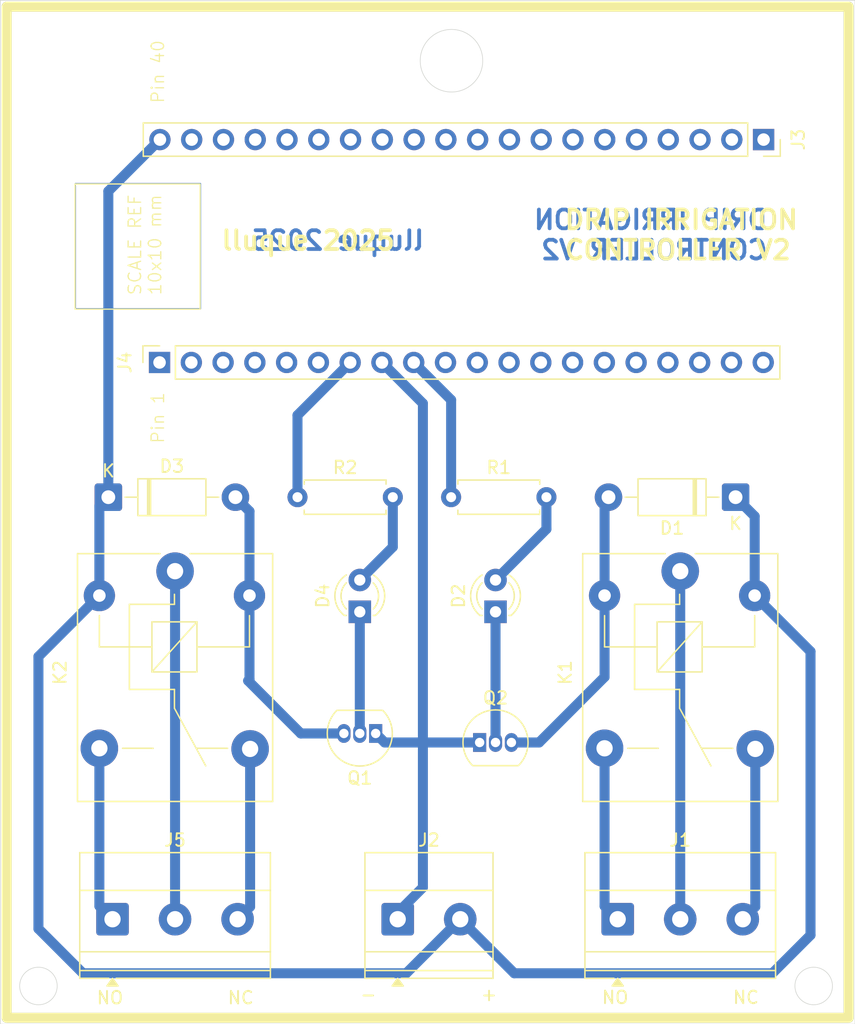
<source format=kicad_pcb>
(kicad_pcb (version 20241229) (generator "pcbnew") (generator_version "9.0")
  (layers (0 "F.Cu" signal) (2 "B.Cu" signal) (13 "F.Paste" user) (15 "B.Paste" user) (5 "F.SilkS" user "F.Silkscreen") (7 "B.SilkS" user "B.Silkscreen") (1 "F.Mask" user) (3 "B.Mask" user) (25 "Edge.Cuts" user))
  (net 0 "")
  (net 32 "VCC")
  (net 33 "Net-(D1-A)")
  (net 34 "Net-(D2-A)")
  (net 35 "Net-(D2-K)")
  (net 36 "Net-(D3-A)")
  (net 37 "Net-(D4-K)")
  (net 38 "Net-(D4-A)")
  (net 39 "Net-(J1-Pin_2)")
  (net 40 "Net-(J1-Pin_1)")
  (net 41 "Net-(J1-Pin_3)")
  (net 42 "GND")
  (net 43 "Net-(J5-Pin_1)")
  (net 44 "Net-(J5-Pin_2)")
  (net 45 "Net-(J5-Pin_3)")
  (net 51 "/GPIO_5_LIGHTS_P7")
  (net 52 "/GPIO_6_WATER_P9")
  (footprint "TerminalBlock_Phoenix:TerminalBlock_Phoenix_MKDS-1,5-3_1x03_P5.00mm_Horizontal" (layer "F.Cu") (at 167.466 106.934)
    (property "Reference" "J5" (at 5 -6.32 0) (layer "F.SilkS"))
    (property "Value" "LIGHTS")
    (fp_line (start -2.62 -5.32) (end 12.62 -5.32) (stroke (width 0.12)) (layer "F.SilkS"))
    (fp_line (start -2.62 -2.3) (end 12.62 -2.3) (stroke (width 0.12)) (layer "F.SilkS"))
    (fp_line (start -2.62 2.6) (end 12.62 2.6) (stroke (width 0.12)) (layer "F.SilkS"))
    (fp_line (start -2.62 4.1) (end 12.62 4.1) (stroke (width 0.12)) (layer "F.SilkS"))
    (fp_line (start -2.62 4.72) (end -2.62 -5.32) (stroke (width 0.12)) (layer "F.SilkS"))
    (fp_line (start -0.3 4.72) (end -2.62 4.72) (stroke (width 0.12)) (layer "F.SilkS"))
    (fp_line (start 12.62 -5.32) (end 12.62 4.72) (stroke (width 0.12)) (layer "F.SilkS"))
    (fp_line (start 12.62 4.72) (end 0.3 4.72) (stroke (width 0.12)) (layer "F.SilkS"))
    (fp_poly (pts (xy 0 4.72) (xy 0.44 5.33) (xy -0.44 5.33)) (stroke (width 0.12)) (fill yes) (layer "F.SilkS"))
    (pad "1" thru_hole roundrect (at 0 0) (size 2.6 2.6) (drill 1.3) (layers "*.Cu" "*.Mask") (roundrect_rratio 0.096154) (net 43 "Net-(J5-Pin_1)"))
    (pad "2" thru_hole circle (at 5 0) (size 2.6 2.6) (drill 1.3) (layers "*.Cu" "*.Mask") (net 44 "Net-(J5-Pin_2)"))
    (pad "3" thru_hole circle (at 10 0) (size 2.6 2.6) (drill 1.3) (layers "*.Cu" "*.Mask") (net 45 "Net-(J5-Pin_3)"))
  )
  (footprint "Resistor_THT:R_Axial_DIN0207_L6.3mm_D2.5mm_P7.62mm_Horizontal" (layer "F.Cu") (at 182.253333 73.22)
    (property "Reference" "R2" (at 3.81 -2.37 0) (layer "F.SilkS"))
    (property "Value" "1K")
    (fp_line (start 0.54 -1.37) (end 7.08 -1.37) (stroke (width 0.12)) (layer "F.SilkS"))
    (fp_line (start 0.54 -1.04) (end 0.54 -1.37) (stroke (width 0.12)) (layer "F.SilkS"))
    (fp_line (start 0.54 1.04) (end 0.54 1.37) (stroke (width 0.12)) (layer "F.SilkS"))
    (fp_line (start 0.54 1.37) (end 7.08 1.37) (stroke (width 0.12)) (layer "F.SilkS"))
    (fp_line (start 7.08 -1.37) (end 7.08 -1.04) (stroke (width 0.12)) (layer "F.SilkS"))
    (fp_line (start 7.08 1.37) (end 7.08 1.04) (stroke (width 0.12)) (layer "F.SilkS"))
    (pad "1" thru_hole circle (at 0 0) (size 1.6 1.6) (drill 0.8) (layers "*.Cu" "*.Mask") (net 51 "/GPIO_5_LIGHTS_P7"))
    (pad "2" thru_hole circle (at 7.62 0) (size 1.6 1.6) (drill 0.8) (layers "*.Cu" "*.Mask") (net 38 "Net-(D4-A)"))
  )
  (footprint "TerminalBlock_Phoenix:TerminalBlock_Phoenix_MKDS-1,5-3_1x03_P5.00mm_Horizontal" (layer "F.Cu") (at 207.852 106.934)
    (property "Reference" "J1" (at 5 -6.32 0) (layer "F.SilkS"))
    (property "Value" "WATER")
    (fp_line (start -2.62 -5.32) (end 12.62 -5.32) (stroke (width 0.12)) (layer "F.SilkS"))
    (fp_line (start -2.62 -2.3) (end 12.62 -2.3) (stroke (width 0.12)) (layer "F.SilkS"))
    (fp_line (start -2.62 2.6) (end 12.62 2.6) (stroke (width 0.12)) (layer "F.SilkS"))
    (fp_line (start -2.62 4.1) (end 12.62 4.1) (stroke (width 0.12)) (layer "F.SilkS"))
    (fp_line (start -2.62 4.72) (end -2.62 -5.32) (stroke (width 0.12)) (layer "F.SilkS"))
    (fp_line (start -0.3 4.72) (end -2.62 4.72) (stroke (width 0.12)) (layer "F.SilkS"))
    (fp_line (start 12.62 -5.32) (end 12.62 4.72) (stroke (width 0.12)) (layer "F.SilkS"))
    (fp_line (start 12.62 4.72) (end 0.3 4.72) (stroke (width 0.12)) (layer "F.SilkS"))
    (fp_poly (pts (xy 0 4.72) (xy 0.44 5.33) (xy -0.44 5.33)) (stroke (width 0.12)) (fill yes) (layer "F.SilkS"))
    (pad "1" thru_hole roundrect (at 0 0) (size 2.6 2.6) (drill 1.3) (layers "*.Cu" "*.Mask") (roundrect_rratio 0.096154) (net 40 "Net-(J1-Pin_1)"))
    (pad "2" thru_hole circle (at 5 0) (size 2.6 2.6) (drill 1.3) (layers "*.Cu" "*.Mask") (net 39 "Net-(J1-Pin_2)"))
    (pad "3" thru_hole circle (at 10 0) (size 2.6 2.6) (drill 1.3) (layers "*.Cu" "*.Mask") (net 41 "Net-(J1-Pin_3)"))
  )
  (footprint "Resistor_THT:R_Axial_DIN0207_L6.3mm_D2.5mm_P7.62mm_Horizontal" (layer "F.Cu") (at 194.534667 73.22)
    (property "Reference" "R1" (at 3.81 -2.37 0) (layer "F.SilkS"))
    (property "Value" "1K")
    (fp_line (start 0.54 -1.37) (end 7.08 -1.37) (stroke (width 0.12)) (layer "F.SilkS"))
    (fp_line (start 0.54 -1.04) (end 0.54 -1.37) (stroke (width 0.12)) (layer "F.SilkS"))
    (fp_line (start 0.54 1.04) (end 0.54 1.37) (stroke (width 0.12)) (layer "F.SilkS"))
    (fp_line (start 0.54 1.37) (end 7.08 1.37) (stroke (width 0.12)) (layer "F.SilkS"))
    (fp_line (start 7.08 -1.37) (end 7.08 -1.04) (stroke (width 0.12)) (layer "F.SilkS"))
    (fp_line (start 7.08 1.37) (end 7.08 1.04) (stroke (width 0.12)) (layer "F.SilkS"))
    (pad "1" thru_hole circle (at 0 0) (size 1.6 1.6) (drill 0.8) (layers "*.Cu" "*.Mask") (net 52 "/GPIO_6_WATER_P9"))
    (pad "2" thru_hole circle (at 7.62 0) (size 1.6 1.6) (drill 0.8) (layers "*.Cu" "*.Mask") (net 34 "Net-(D2-A)"))
  )
  (footprint "Package_TO_SOT_THT:TO-92_Inline" (layer "F.Cu") (at 188.503583 92.096 180)
    (property "Reference" "Q1" (at 1.27 -3.56 0) (layer "F.SilkS"))
    (property "Value" "2N3904")
    (fp_line (start -0.53 1.85) (end 3.07 1.85) (stroke (width 0.12)) (layer "F.SilkS"))
    (fp_arc (start 1.27 -2.6) (mid 3.672087 -0.994977) (end 3.108478 1.838478) (stroke (width 0.12)) (layer "F.SilkS"))
    (fp_arc (start -0.568478 1.838478) (mid -1.132087 -0.994977) (end 1.27 -2.6) (stroke (width 0.12)) (layer "F.SilkS"))
    (pad "1" thru_hole rect (at 0 0 180) (size 1.05 1.5) (drill 0.75) (layers "*.Cu" "*.Mask") (net 42 "GND"))
    (pad "2" thru_hole oval (at 1.27 0 180) (size 1.05 1.5) (drill 0.75) (layers "*.Cu" "*.Mask") (net 37 "Net-(D4-K)"))
    (pad "3" thru_hole oval (at 2.54 0 180) (size 1.05 1.5) (drill 0.75) (layers "*.Cu" "*.Mask") (net 36 "Net-(D3-A)"))
  )
  (footprint "Relay_THT:Relay_SPDT_SANYOU_SRD_Series_Form_C" (layer "F.Cu") (at 172.466 79.13 -90)
    (property "Reference" "K2" (at 8.1 9.2 90) (layer "F.SilkS"))
    (property "Value" "LIGHTS")
    (fp_line (start 18.4 7.8) (end -1.4 7.8) (stroke (width 0.12)) (layer "F.SilkS"))
    (fp_line (start 3.55 6.05) (end 6.05 6.05) (stroke (width 0.12)) (layer "F.SilkS"))
    (fp_line (start 14.15 4.2) (end 14.15 1.75) (stroke (width 0.12)) (layer "F.SilkS"))
    (fp_line (start 9.45 3.65) (end 2.65 3.65) (stroke (width 0.12)) (layer "F.SilkS"))
    (fp_line (start 4.05 1.85) (end 4.05 -1.75) (stroke (width 0.12)) (layer "F.SilkS"))
    (fp_line (start 6.05 1.85) (end 6.05 6.05) (stroke (width 0.12)) (layer "F.SilkS"))
    (fp_line (start 8.05 1.85) (end 4.05 1.85) (stroke (width 0.12)) (layer "F.SilkS"))
    (fp_line (start 8.05 1.85) (end 4.05 -1.75) (stroke (width 0.12)) (layer "F.SilkS"))
    (fp_line (start -1.4 1.2) (end -1.4 7.8) (stroke (width 0.12)) (layer "F.SilkS"))
    (fp_line (start 2.65 0.05) (end 2.65 3.65) (stroke (width 0.12)) (layer "F.SilkS"))
    (fp_line (start 2.65 0.05) (end 1.85 0.05) (stroke (width 0.12)) (layer "F.SilkS"))
    (fp_line (start 9.45 0.05) (end 9.45 3.65) (stroke (width 0.12)) (layer "F.SilkS"))
    (fp_line (start 9.45 0.05) (end 10.95 0.05) (stroke (width 0.12)) (layer "F.SilkS"))
    (fp_line (start 10.95 0.05) (end 15.55 -2.45) (stroke (width 0.12)) (layer "F.SilkS"))
    (fp_line (start 4.05 -1.75) (end 8.05 -1.75) (stroke (width 0.12)) (layer "F.SilkS"))
    (fp_line (start 8.05 -1.75) (end 8.05 1.85) (stroke (width 0.12)) (layer "F.SilkS"))
    (fp_line (start 14.15 -4.2) (end 14.15 -1.7) (stroke (width 0.12)) (layer "F.SilkS"))
    (fp_line (start 6.05 -5.95) (end 6.05 -1.75) (stroke (width 0.12)) (layer "F.SilkS"))
    (fp_line (start 6.05 -5.95) (end 3.55 -5.95) (stroke (width 0.12)) (layer "F.SilkS"))
    (fp_line (start -1.4 -7.8) (end -1.4 -1.2) (stroke (width 0.12)) (layer "F.SilkS"))
    (fp_line (start -1.4 -7.8) (end 18.4 -7.8) (stroke (width 0.12)) (layer "F.SilkS"))
    (fp_line (start 18.4 -7.8) (end 18.4 7.8) (stroke (width 0.12)) (layer "F.SilkS"))
    (pad "1" thru_hole circle (at 0 0) (size 3 3) (drill 1.3) (layers "*.Cu" "*.Mask") (net 44 "Net-(J5-Pin_2)"))
    (pad "2" thru_hole circle (at 1.95 6.05) (size 2.5 2.5) (drill 1) (layers "*.Cu" "*.Mask") (net 32 "VCC"))
    (pad "3" thru_hole circle (at 14.15 6.05) (size 3 3) (drill 1.3) (layers "*.Cu" "*.Mask") (net 43 "Net-(J5-Pin_1)"))
    (pad "4" thru_hole circle (at 14.2 -6) (size 3 3) (drill 1.3) (layers "*.Cu" "*.Mask") (net 45 "Net-(J5-Pin_3)"))
    (pad "5" thru_hole circle (at 1.95 -5.95) (size 2.5 2.5) (drill 1) (layers "*.Cu" "*.Mask") (net 36 "Net-(D3-A)"))
  )
  (footprint "LED_THT:LED_D3.0mm" (layer "F.Cu") (at 198.084417 82.3775 90)
    (property "Reference" "D2" (at 1.27 -2.96 90) (layer "F.SilkS"))
    (property "Value" "WATER")
    (fp_line (start -0.29 -1.236) (end -0.29 -1.08) (stroke (width 0.12)) (layer "F.SilkS"))
    (fp_line (start -0.29 1.08) (end -0.29 1.236) (stroke (width 0.12)) (layer "F.SilkS"))
    (fp_arc (start -0.29 -1.235516) (mid 1.36566 -1.987699) (end 2.941437 -1.08) (stroke (width 0.12)) (layer "F.SilkS"))
    (fp_arc (start 0.229039 -1.08) (mid 1.27 -1.5) (end 2.310961 -1.08) (stroke (width 0.12)) (layer "F.SilkS"))
    (fp_arc (start 2.941437 1.08) (mid 1.36566 1.987699) (end -0.29 1.235516) (stroke (width 0.12)) (layer "F.SilkS"))
    (fp_arc (start 2.310961 1.08) (mid 1.27 1.5) (end 0.229039 1.08) (stroke (width 0.12)) (layer "F.SilkS"))
    (pad "1" thru_hole rect (at 0 0 90) (size 1.8 1.8) (drill 0.9) (layers "*.Cu" "*.Mask") (net 35 "Net-(D2-K)"))
    (pad "2" thru_hole circle (at 2.54 0 90) (size 1.8 1.8) (drill 0.9) (layers "*.Cu" "*.Mask") (net 34 "Net-(D2-A)"))
  )
  (footprint "Package_TO_SOT_THT:TO-92_Inline" (layer "F.Cu") (at 196.814417 92.816)
    (property "Reference" "Q2" (at 1.27 -3.56 0) (layer "F.SilkS"))
    (property "Value" "2N3904")
    (fp_line (start -0.53 1.85) (end 3.07 1.85) (stroke (width 0.12)) (layer "F.SilkS"))
    (fp_arc (start -0.568478 1.838478) (mid -1.132087 -0.994977) (end 1.27 -2.6) (stroke (width 0.12)) (layer "F.SilkS"))
    (fp_arc (start 1.27 -2.6) (mid 3.672087 -0.994977) (end 3.108478 1.838478) (stroke (width 0.12)) (layer "F.SilkS"))
    (pad "1" thru_hole rect (at 0 0) (size 1.05 1.5) (drill 0.75) (layers "*.Cu" "*.Mask") (net 42 "GND"))
    (pad "2" thru_hole oval (at 1.27 0) (size 1.05 1.5) (drill 0.75) (layers "*.Cu" "*.Mask") (net 35 "Net-(D2-K)"))
    (pad "3" thru_hole oval (at 2.54 0) (size 1.05 1.5) (drill 0.75) (layers "*.Cu" "*.Mask") (net 33 "Net-(D1-A)"))
  )
  (footprint "TerminalBlock_Phoenix:TerminalBlock_Phoenix_MKDS-1,5-2_1x02_P5.00mm_Horizontal" (layer "F.Cu") (at 190.265 106.934)
    (property "Reference" "J2" (at 2.5 -6.32 0) (layer "F.SilkS"))
    (property "Value" "5VDC OUT")
    (fp_line (start -2.62 -5.32) (end 7.62 -5.32) (stroke (width 0.12)) (layer "F.SilkS"))
    (fp_line (start -2.62 -2.3) (end 7.62 -2.3) (stroke (width 0.12)) (layer "F.SilkS"))
    (fp_line (start -2.62 2.6) (end 7.62 2.6) (stroke (width 0.12)) (layer "F.SilkS"))
    (fp_line (start -2.62 4.1) (end 7.62 4.1) (stroke (width 0.12)) (layer "F.SilkS"))
    (fp_line (start -2.62 4.72) (end -2.62 -5.32) (stroke (width 0.12)) (layer "F.SilkS"))
    (fp_line (start -0.3 4.72) (end -2.62 4.72) (stroke (width 0.12)) (layer "F.SilkS"))
    (fp_line (start 7.62 -5.32) (end 7.62 4.72) (stroke (width 0.12)) (layer "F.SilkS"))
    (fp_line (start 7.62 4.72) (end 0.3 4.72) (stroke (width 0.12)) (layer "F.SilkS"))
    (fp_poly (pts (xy 0 4.72) (xy 0.44 5.33) (xy -0.44 5.33)) (stroke (width 0.12)) (fill yes) (layer "F.SilkS"))
    (pad "1" thru_hole roundrect (at 0 0) (size 2.6 2.6) (drill 1.3) (layers "*.Cu" "*.Mask") (roundrect_rratio 0.096154) (net 42 "GND"))
    (pad "2" thru_hole circle (at 5 0) (size 2.6 2.6) (drill 1.3) (layers "*.Cu" "*.Mask") (net 32 "VCC"))
  )
  (footprint "Relay_THT:Relay_SPDT_SANYOU_SRD_Series_Form_C" (layer "F.Cu") (at 212.852 79.13 -90)
    (property "Reference" "K1" (at 8.1 9.2 90) (layer "F.SilkS"))
    (property "Value" "WATER")
    (fp_line (start 18.4 7.8) (end -1.4 7.8) (stroke (width 0.12)) (layer "F.SilkS"))
    (fp_line (start 3.55 6.05) (end 6.05 6.05) (stroke (width 0.12)) (layer "F.SilkS"))
    (fp_line (start 14.15 4.2) (end 14.15 1.75) (stroke (width 0.12)) (layer "F.SilkS"))
    (fp_line (start 9.45 3.65) (end 2.65 3.65) (stroke (width 0.12)) (layer "F.SilkS"))
    (fp_line (start 4.05 1.85) (end 4.05 -1.75) (stroke (width 0.12)) (layer "F.SilkS"))
    (fp_line (start 6.05 1.85) (end 6.05 6.05) (stroke (width 0.12)) (layer "F.SilkS"))
    (fp_line (start 8.05 1.85) (end 4.05 1.85) (stroke (width 0.12)) (layer "F.SilkS"))
    (fp_line (start 8.05 1.85) (end 4.05 -1.75) (stroke (width 0.12)) (layer "F.SilkS"))
    (fp_line (start -1.4 1.2) (end -1.4 7.8) (stroke (width 0.12)) (layer "F.SilkS"))
    (fp_line (start 2.65 0.05) (end 2.65 3.65) (stroke (width 0.12)) (layer "F.SilkS"))
    (fp_line (start 2.65 0.05) (end 1.85 0.05) (stroke (width 0.12)) (layer "F.SilkS"))
    (fp_line (start 9.45 0.05) (end 9.45 3.65) (stroke (width 0.12)) (layer "F.SilkS"))
    (fp_line (start 9.45 0.05) (end 10.95 0.05) (stroke (width 0.12)) (layer "F.SilkS"))
    (fp_line (start 10.95 0.05) (end 15.55 -2.45) (stroke (width 0.12)) (layer "F.SilkS"))
    (fp_line (start 4.05 -1.75) (end 8.05 -1.75) (stroke (width 0.12)) (layer "F.SilkS"))
    (fp_line (start 8.05 -1.75) (end 8.05 1.85) (stroke (width 0.12)) (layer "F.SilkS"))
    (fp_line (start 14.15 -4.2) (end 14.15 -1.7) (stroke (width 0.12)) (layer "F.SilkS"))
    (fp_line (start 6.05 -5.95) (end 6.05 -1.75) (stroke (width 0.12)) (layer "F.SilkS"))
    (fp_line (start 6.05 -5.95) (end 3.55 -5.95) (stroke (width 0.12)) (layer "F.SilkS"))
    (fp_line (start -1.4 -7.8) (end -1.4 -1.2) (stroke (width 0.12)) (layer "F.SilkS"))
    (fp_line (start -1.4 -7.8) (end 18.4 -7.8) (stroke (width 0.12)) (layer "F.SilkS"))
    (fp_line (start 18.4 -7.8) (end 18.4 7.8) (stroke (width 0.12)) (layer "F.SilkS"))
    (pad "1" thru_hole circle (at 0 0) (size 3 3) (drill 1.3) (layers "*.Cu" "*.Mask") (net 39 "Net-(J1-Pin_2)"))
    (pad "2" thru_hole circle (at 1.95 6.05) (size 2.5 2.5) (drill 1) (layers "*.Cu" "*.Mask") (net 33 "Net-(D1-A)"))
    (pad "3" thru_hole circle (at 14.15 6.05) (size 3 3) (drill 1.3) (layers "*.Cu" "*.Mask") (net 40 "Net-(J1-Pin_1)"))
    (pad "4" thru_hole circle (at 14.2 -6) (size 3 3) (drill 1.3) (layers "*.Cu" "*.Mask") (net 41 "Net-(J1-Pin_3)"))
    (pad "5" thru_hole circle (at 1.95 -5.95) (size 2.5 2.5) (drill 1) (layers "*.Cu" "*.Mask") (net 32 "VCC"))
  )
  (footprint "Connector_PinSocket_2.54mm:PinSocket_1x20_P2.54mm_Vertical" (layer "F.Cu") (at 171.226 62.459 90)
    (property "Reference" "J4" (at 0 -2.77 90) (layer "F.SilkS"))
    (property "Value" "Pins_1_to_20")
    (fp_line (start 1.33 -1.33) (end 1.33 0) (stroke (width 0.12)) (layer "F.SilkS"))
    (fp_line (start 0 -1.33) (end 1.33 -1.33) (stroke (width 0.12)) (layer "F.SilkS"))
    (fp_line (start 1.33 1.27) (end 1.33 49.59) (stroke (width 0.12)) (layer "F.SilkS"))
    (fp_line (start -1.33 1.27) (end 1.33 1.27) (stroke (width 0.12)) (layer "F.SilkS"))
    (fp_line (start -1.33 1.27) (end -1.33 49.59) (stroke (width 0.12)) (layer "F.SilkS"))
    (fp_line (start -1.33 49.59) (end 1.33 49.59) (stroke (width 0.12)) (layer "F.SilkS"))
    (pad "1" thru_hole rect (at 0 0 90) (size 1.7 1.7) (drill 1) (layers "*.Cu" "*.Mask"))
    (pad "2" thru_hole circle (at 0 2.54 90) (size 1.7 1.7) (drill 1) (layers "*.Cu" "*.Mask"))
    (pad "3" thru_hole circle (at 0 5.08 90) (size 1.7 1.7) (drill 1) (layers "*.Cu" "*.Mask"))
    (pad "4" thru_hole circle (at 0 7.62 90) (size 1.7 1.7) (drill 1) (layers "*.Cu" "*.Mask"))
    (pad "5" thru_hole circle (at 0 10.16 90) (size 1.7 1.7) (drill 1) (layers "*.Cu" "*.Mask"))
    (pad "6" thru_hole circle (at 0 12.7 90) (size 1.7 1.7) (drill 1) (layers "*.Cu" "*.Mask"))
    (pad "7" thru_hole circle (at 0 15.24 90) (size 1.7 1.7) (drill 1) (layers "*.Cu" "*.Mask") (net 51 "/GPIO_5_LIGHTS_P7"))
    (pad "8" thru_hole circle (at 0 17.78 90) (size 1.7 1.7) (drill 1) (layers "*.Cu" "*.Mask") (net 42 "GND"))
    (pad "9" thru_hole circle (at 0 20.32 90) (size 1.7 1.7) (drill 1) (layers "*.Cu" "*.Mask") (net 52 "/GPIO_6_WATER_P9"))
    (pad "10" thru_hole circle (at 0 22.86 90) (size 1.7 1.7) (drill 1) (layers "*.Cu" "*.Mask"))
    (pad "11" thru_hole circle (at 0 25.4 90) (size 1.7 1.7) (drill 1) (layers "*.Cu" "*.Mask"))
    (pad "12" thru_hole circle (at 0 27.94 90) (size 1.7 1.7) (drill 1) (layers "*.Cu" "*.Mask"))
    (pad "13" thru_hole circle (at 0 30.48 90) (size 1.7 1.7) (drill 1) (layers "*.Cu" "*.Mask"))
    (pad "14" thru_hole circle (at 0 33.02 90) (size 1.7 1.7) (drill 1) (layers "*.Cu" "*.Mask"))
    (pad "15" thru_hole circle (at 0 35.56 90) (size 1.7 1.7) (drill 1) (layers "*.Cu" "*.Mask"))
    (pad "16" thru_hole circle (at 0 38.1 90) (size 1.7 1.7) (drill 1) (layers "*.Cu" "*.Mask"))
    (pad "17" thru_hole circle (at 0 40.64 90) (size 1.7 1.7) (drill 1) (layers "*.Cu" "*.Mask"))
    (pad "18" thru_hole circle (at 0 43.18 90) (size 1.7 1.7) (drill 1) (layers "*.Cu" "*.Mask"))
    (pad "19" thru_hole circle (at 0 45.72 90) (size 1.7 1.7) (drill 1) (layers "*.Cu" "*.Mask"))
    (pad "20" thru_hole circle (at 0 48.26 90) (size 1.7 1.7) (drill 1) (layers "*.Cu" "*.Mask"))
  )
  (footprint "Connector_PinSocket_2.54mm:PinSocket_1x20_P2.54mm_Vertical" (layer "F.Cu") (at 219.516 44.654 -90)
    (property "Reference" "J3" (at 0 -2.77 90) (layer "F.SilkS"))
    (property "Value" "Pins_21_to_40")
    (fp_line (start -1.33 49.59) (end 1.33 49.59) (stroke (width 0.12)) (layer "F.SilkS"))
    (fp_line (start -1.33 1.27) (end -1.33 49.59) (stroke (width 0.12)) (layer "F.SilkS"))
    (fp_line (start -1.33 1.27) (end 1.33 1.27) (stroke (width 0.12)) (layer "F.SilkS"))
    (fp_line (start 1.33 1.27) (end 1.33 49.59) (stroke (width 0.12)) (layer "F.SilkS"))
    (fp_line (start 0 -1.33) (end 1.33 -1.33) (stroke (width 0.12)) (layer "F.SilkS"))
    (fp_line (start 1.33 -1.33) (end 1.33 0) (stroke (width 0.12)) (layer "F.SilkS"))
    (pad "1" thru_hole rect (at 0 0 270) (size 1.7 1.7) (drill 1) (layers "*.Cu" "*.Mask"))
    (pad "2" thru_hole circle (at 0 2.54 270) (size 1.7 1.7) (drill 1) (layers "*.Cu" "*.Mask"))
    (pad "3" thru_hole circle (at 0 5.08 270) (size 1.7 1.7) (drill 1) (layers "*.Cu" "*.Mask"))
    (pad "4" thru_hole circle (at 0 7.62 270) (size 1.7 1.7) (drill 1) (layers "*.Cu" "*.Mask"))
    (pad "5" thru_hole circle (at 0 10.16 270) (size 1.7 1.7) (drill 1) (layers "*.Cu" "*.Mask"))
    (pad "6" thru_hole circle (at 0 12.7 270) (size 1.7 1.7) (drill 1) (layers "*.Cu" "*.Mask"))
    (pad "7" thru_hole circle (at 0 15.24 270) (size 1.7 1.7) (drill 1) (layers "*.Cu" "*.Mask"))
    (pad "8" thru_hole circle (at 0 17.78 270) (size 1.7 1.7) (drill 1) (layers "*.Cu" "*.Mask"))
    (pad "9" thru_hole circle (at 0 20.32 270) (size 1.7 1.7) (drill 1) (layers "*.Cu" "*.Mask"))
    (pad "10" thru_hole circle (at 0 22.86 270) (size 1.7 1.7) (drill 1) (layers "*.Cu" "*.Mask"))
    (pad "11" thru_hole circle (at 0 25.4 270) (size 1.7 1.7) (drill 1) (layers "*.Cu" "*.Mask"))
    (pad "12" thru_hole circle (at 0 27.94 270) (size 1.7 1.7) (drill 1) (layers "*.Cu" "*.Mask"))
    (pad "13" thru_hole circle (at 0 30.48 270) (size 1.7 1.7) (drill 1) (layers "*.Cu" "*.Mask"))
    (pad "14" thru_hole circle (at 0 33.02 270) (size 1.7 1.7) (drill 1) (layers "*.Cu" "*.Mask"))
    (pad "15" thru_hole circle (at 0 35.56 270) (size 1.7 1.7) (drill 1) (layers "*.Cu" "*.Mask"))
    (pad "16" thru_hole circle (at 0 38.1 270) (size 1.7 1.7) (drill 1) (layers "*.Cu" "*.Mask"))
    (pad "17" thru_hole circle (at 0 40.64 270) (size 1.7 1.7) (drill 1) (layers "*.Cu" "*.Mask"))
    (pad "18" thru_hole circle (at 0 43.18 270) (size 1.7 1.7) (drill 1) (layers "*.Cu" "*.Mask"))
    (pad "19" thru_hole circle (at 0 45.72 270) (size 1.7 1.7) (drill 1) (layers "*.Cu" "*.Mask"))
    (pad "20" thru_hole circle (at 0 48.26 270) (size 1.7 1.7) (drill 1) (layers "*.Cu" "*.Mask") (net 32 "VCC"))
  )
  (footprint "Diode_THT:D_DO-41_SOD81_P10.16mm_Horizontal" (layer "F.Cu") (at 167.132 73.22)
    (property "Reference" "D3" (at 5.08 -2.47 0) (layer "F.SilkS"))
    (property "Value" "1N4007")
    (fp_line (start 1.34 0) (end 2.36 0) (stroke (width 0.12)) (layer "F.SilkS"))
    (fp_line (start 3.14 -1.47) (end 3.14 1.47) (stroke (width 0.12)) (layer "F.SilkS"))
    (fp_line (start 3.26 -1.47) (end 3.26 1.47) (stroke (width 0.12)) (layer "F.SilkS"))
    (fp_line (start 3.38 -1.47) (end 3.38 1.47) (stroke (width 0.12)) (layer "F.SilkS"))
    (fp_line (start 8.82 0) (end 7.8 0) (stroke (width 0.12)) (layer "F.SilkS"))
    (fp_rect (start 2.36 -1.47) (end 7.8 1.47) (stroke (width 0.12)) (fill no) (layer "F.SilkS"))
    (fp_text user "K" (at 0 -2.1 0) (layer "F.SilkS"))
    (pad "1" thru_hole roundrect (at 0 0) (size 2.2 2.2) (drill 1.1) (layers "*.Cu" "*.Mask") (roundrect_rratio 0.113636) (net 32 "VCC"))
    (pad "2" thru_hole circle (at 10.16 0) (size 2.2 2.2) (drill 1.1) (layers "*.Cu" "*.Mask") (net 36 "Net-(D3-A)"))
  )
  (footprint "Diode_THT:D_DO-41_SOD81_P10.16mm_Horizontal" (layer "F.Cu") (at 217.276 73.22 180)
    (property "Reference" "D1" (at 5.08 -2.47 0) (layer "F.SilkS"))
    (property "Value" "1N4007")
    (fp_line (start 8.82 0) (end 7.8 0) (stroke (width 0.12)) (layer "F.SilkS"))
    (fp_line (start 3.38 -1.47) (end 3.38 1.47) (stroke (width 0.12)) (layer "F.SilkS"))
    (fp_line (start 3.26 -1.47) (end 3.26 1.47) (stroke (width 0.12)) (layer "F.SilkS"))
    (fp_line (start 3.14 -1.47) (end 3.14 1.47) (stroke (width 0.12)) (layer "F.SilkS"))
    (fp_line (start 1.34 0) (end 2.36 0) (stroke (width 0.12)) (layer "F.SilkS"))
    (fp_rect (start 2.36 -1.47) (end 7.8 1.47) (stroke (width 0.12)) (fill no) (layer "F.SilkS"))
    (fp_text user "K" (at 0 -2.1 0) (layer "F.SilkS"))
    (pad "1" thru_hole roundrect (at 0 0 180) (size 2.2 2.2) (drill 1.1) (layers "*.Cu" "*.Mask") (roundrect_rratio 0.113636) (net 32 "VCC"))
    (pad "2" thru_hole circle (at 10.16 0 180) (size 2.2 2.2) (drill 1.1) (layers "*.Cu" "*.Mask") (net 33 "Net-(D1-A)"))
  )
  (footprint "LED_THT:LED_D3.0mm" (layer "F.Cu") (at 187.233583 82.3775 90)
    (property "Reference" "D4" (at 1.27 -2.96 90) (layer "F.SilkS"))
    (property "Value" "LIGHTS")
    (fp_line (start -0.29 -1.236) (end -0.29 -1.08) (stroke (width 0.12)) (layer "F.SilkS"))
    (fp_line (start -0.29 1.08) (end -0.29 1.236) (stroke (width 0.12)) (layer "F.SilkS"))
    (fp_arc (start -0.29 -1.235516) (mid 1.36566 -1.987699) (end 2.941437 -1.08) (stroke (width 0.12)) (layer "F.SilkS"))
    (fp_arc (start 0.229039 -1.08) (mid 1.27 -1.5) (end 2.310961 -1.08) (stroke (width 0.12)) (layer "F.SilkS"))
    (fp_arc (start 2.941437 1.08) (mid 1.36566 1.987699) (end -0.29 1.235516) (stroke (width 0.12)) (layer "F.SilkS"))
    (fp_arc (start 2.310961 1.08) (mid 1.27 1.5) (end 0.229039 1.08) (stroke (width 0.12)) (layer "F.SilkS"))
    (pad "1" thru_hole rect (at 0 0 90) (size 1.8 1.8) (drill 0.9) (layers "*.Cu" "*.Mask") (net 37 "Net-(D4-K)"))
    (pad "2" thru_hole circle (at 2.54 0 90) (size 1.8 1.8) (drill 0.9) (layers "*.Cu" "*.Mask") (net 38 "Net-(D4-A)"))
  )
  (gr_rect (start 159.004 34.036) (end 226.314 114.808) (stroke (width 0.8)) (fill no) (layer "B.Cu"))
  (gr_rect (start 164.498 48.166) (end 174.498 58.166) (stroke (width 0.1)) (fill no) (layer "B.Cu") (net 32))
  (gr_rect (start 159.004 34.036) (end 226.314 114.808) (stroke (width 0.8)) (fill no) (layer "F.SilkS"))
  (gr_rect (start 174.469185 58.200933) (end 164.469185 48.200933) (stroke (width 0.1)) (fill no) (layer "F.SilkS"))
  (gr_rect (start 158.496 33.528) (end 226.822 115.316) (stroke (width 0.05)) (fill no) (layer "Edge.Cuts"))
  (gr_circle (center 223.52 112.268) (end 225.02 112.268) (stroke (width 0.05)) (fill no) (layer "Edge.Cuts"))
  (gr_circle (center 194.564 38.354) (end 192.064 38.354) (stroke (width 0.05)) (fill no) (layer "Edge.Cuts"))
  (gr_circle (center 161.544 112.268) (end 163.044 112.268) (stroke (width 0.05)) (fill no) (layer "Edge.Cuts"))
  (gr_text "lluque 2025" (at 192.532 53.594 0) (layer "B.Cu") (effects (font (size 1.5 1.5) (thickness 0.3) (bold yes)) (justify left bottom mirror)))
  (gr_text "DRIP IRRIGATION\nCONTROLLER V2" (at 219.964 54.356 0) (layer "B.Cu") (effects (font (size 1.5 1.5) (thickness 0.3) (bold yes)) (justify left bottom mirror)))
  (gr_text "lluque 2025" (at 176.022 53.594 0) (layer "F.SilkS") (effects (font (size 1.5 1.5) (thickness 0.3) (bold yes)) (justify left bottom)))
  (gr_text "Pin 40" (at 171.675185 41.817933 90) (layer "F.SilkS") (effects (font (size 1 1) (thickness 0.1)) (justify left bottom)))
  (gr_text "-" (at 187.198 113.538 0) (layer "F.SilkS") (effects (font (size 1 1)) (justify left bottom)))
  (gr_text "NO           NC" (at 206.502 113.768 0) (layer "F.SilkS") (effects (font (size 1 1)) (justify left bottom)))
  (gr_text "+" (at 196.85 113.538 0) (layer "F.SilkS") (effects (font (size 1 1)) (justify left bottom)))
  (gr_text "SCALE REF\n10x10 mm" (at 171.45 57.15 90) (layer "F.SilkS") (effects (font (size 1 1) (thickness 0.1)) (justify left bottom)))
  (gr_text "DRIP IRRIGATION\nCONTROLLER V2" (at 203.454 54.356 0) (layer "F.SilkS") (effects (font (size 1.5 1.5) (thickness 0.3) (bold yes)) (justify left bottom)))
  (gr_text "Pin 1" (at 171.675185 68.995933 90) (layer "F.SilkS") (effects (font (size 1 1) (thickness 0.1)) (justify left bottom)))
  (gr_text "NO           NC" (at 166.116 113.792 0) (layer "F.SilkS") (effects (font (size 1 1)) (justify left bottom)))
  (segment (start 166.416 73.936) (end 167.132 73.22) (width 0.8) (layer "B.Cu") (net 32))
  (segment (start 167.132 48.778) (end 167.132 73.22) (width 0.8) (layer "B.Cu") (net 32))
  (segment (start 223.266 108.204) (end 223.266 85.544) (width 0.8) (layer "B.Cu") (net 32))
  (segment (start 199.583 111.252) (end 220.218 111.252) (width 0.8) (layer "B.Cu") (net 32))
  (segment (start 218.802 74.746) (end 217.276 73.22) (width 0.8) (layer "B.Cu") (net 32))
  (segment (start 195.265 106.934) (end 199.583 111.252) (width 0.8) (layer "B.Cu") (net 32))
  (segment (start 166.416 81.08) (end 166.416 73.936) (width 0.8) (layer "B.Cu") (net 32))
  (segment (start 165.1 111.252) (end 190.947 111.252) (width 0.8) (layer "B.Cu") (net 32))
  (segment (start 171.256 44.654) (end 167.132 48.778) (width 0.8) (layer "B.Cu") (net 32))
  (segment (start 220.218 111.252) (end 223.266 108.204) (width 0.8) (layer "B.Cu") (net 32))
  (segment (start 218.802 81.08) (end 218.802 74.746) (width 0.8) (layer "B.Cu") (net 32))
  (segment (start 190.947 111.252) (end 195.265 106.934) (width 0.8) (layer "B.Cu") (net 32))
  (segment (start 161.544 85.952) (end 161.544 107.696) (width 0.8) (layer "B.Cu") (net 32))
  (segment (start 223.266 85.544) (end 218.802 81.08) (width 0.8) (layer "B.Cu") (net 32))
  (segment (start 161.544 107.696) (end 165.1 111.252) (width 0.8) (layer "B.Cu") (net 32))
  (segment (start 166.416 81.08) (end 161.544 85.952) (width 0.8) (layer "B.Cu") (net 32))
  (segment (start 206.802 81.08) (end 206.802 73.534) (width 0.8) (layer "B.Cu") (net 33))
  (segment (start 206.802 87.584) (end 206.802 81.08) (width 0.8) (layer "B.Cu") (net 33))
  (segment (start 199.354417 92.816) (end 201.57 92.816) (width 0.8) (layer "B.Cu") (net 33))
  (segment (start 201.57 92.816) (end 206.802 87.584) (width 0.8) (layer "B.Cu") (net 33))
  (segment (start 206.802 73.534) (end 207.116 73.22) (width 0.8) (layer "B.Cu") (net 33))
  (segment (start 202.154667 73.22) (end 202.154667 75.76725) (width 0.8) (layer "B.Cu") (net 34))
  (segment (start 202.154667 75.76725) (end 198.084417 79.8375) (width 0.8) (layer "B.Cu") (net 34))
  (segment (start 198.084417 82.3775) (end 198.084417 92.816) (width 0.8) (layer "B.Cu") (net 35))
  (segment (start 178.416 87.776) (end 178.308 87.884) (width 0.8) (layer "B.Cu") (net 36))
  (segment (start 178.416 81.08) (end 178.416 74.344) (width 0.8) (layer "B.Cu") (net 36))
  (segment (start 182.52 92.096) (end 185.963583 92.096) (width 0.8) (layer "B.Cu") (net 36))
  (segment (start 178.416 74.344) (end 177.292 73.22) (width 0.8) (layer "B.Cu") (net 36))
  (segment (start 178.308 87.884) (end 182.52 92.096) (width 0.8) (layer "B.Cu") (net 36))
  (segment (start 178.416 81.08) (end 178.416 87.776) (width 0.8) (layer "B.Cu") (net 36))
  (segment (start 187.233583 82.3775) (end 187.233583 92.096) (width 0.8) (layer "B.Cu") (net 37))
  (segment (start 189.873333 73.22) (end 189.873333 77.19775) (width 0.8) (layer "B.Cu") (net 38))
  (segment (start 189.873333 77.19775) (end 187.233583 79.8375) (width 0.8) (layer "B.Cu") (net 38))
  (segment (start 212.852 79.13) (end 212.852 106.934) (width 0.8) (layer "B.Cu") (net 39))
  (segment (start 206.802 105.884) (end 207.852 106.934) (width 0.8) (layer "B.Cu") (net 40))
  (segment (start 206.802 93.28) (end 206.802 105.884) (width 0.8) (layer "B.Cu") (net 40))
  (segment (start 218.852 93.33) (end 218.852 105.934) (width 0.8) (layer "B.Cu") (net 41))
  (segment (start 218.852 105.934) (end 217.852 106.934) (width 0.8) (layer "B.Cu") (net 41))
  (segment (start 192.278 104.394) (end 190.265 106.407) (width 0.8) (layer "B.Cu") (net 42))
  (segment (start 189.006 62.459) (end 192.278 65.731) (width 0.8) (layer "B.Cu") (net 42))
  (segment (start 190.265 106.407) (end 190.265 106.934) (width 0.8) (layer "B.Cu") (net 42))
  (segment (start 189.223583 92.816) (end 188.503583 92.096) (width 0.8) (layer "B.Cu") (net 42))
  (segment (start 192.278 65.731) (end 192.278 104.394) (width 0.8) (layer "B.Cu") (net 42))
  (segment (start 196.814417 92.816) (end 189.223583 92.816) (width 0.8) (layer "B.Cu") (net 42))
  (segment (start 166.416 105.884) (end 167.466 106.934) (width 0.8) (layer "B.Cu") (net 43))
  (segment (start 166.416 93.28) (end 166.416 105.884) (width 0.8) (layer "B.Cu") (net 43))
  (segment (start 172.466 79.13) (end 172.466 106.934) (width 0.8) (layer "B.Cu") (net 44))
  (segment (start 178.466 93.33) (end 178.466 105.934) (width 0.8) (layer "B.Cu") (net 45))
  (segment (start 178.466 105.934) (end 177.466 106.934) (width 0.8) (layer "B.Cu") (net 45))
  (segment (start 186.466 62.459) (end 182.253333 66.671667) (width 0.8) (layer "B.Cu") (net 51))
  (segment (start 182.253333 66.671667) (end 182.253333 73.22) (width 0.8) (layer "B.Cu") (net 51))
  (segment (start 194.534667 65.447667) (end 194.534667 73.22) (width 0.8) (layer "B.Cu") (net 52))
  (segment (start 191.546 62.459) (end 194.534667 65.447667) (width 0.8) (layer "B.Cu") (net 52))
)
</source>
